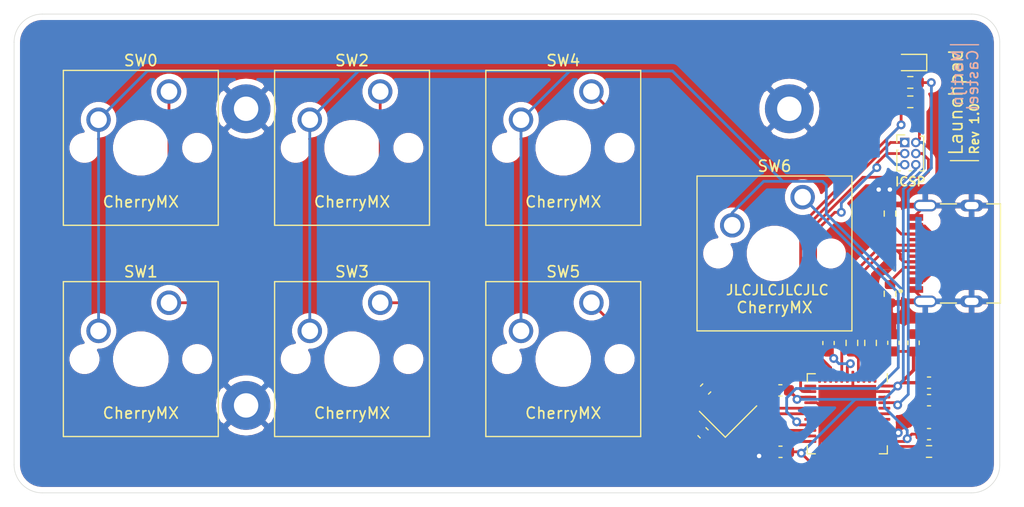
<source format=kicad_pcb>
(kicad_pcb (version 20171130) (host pcbnew 5.1.7-a382d34a8~88~ubuntu20.04.1)
  (layers (0 F.Cu signal) (31 B.Cu signal) (34 B.Paste user) (35 F.Paste user) (36 B.SilkS user) (37 F.SilkS user) (38 B.Mask user) (39 F.Mask user) (44 Edge.Cuts user))
  (net 0 "")
  (net 1 "Net-(C1-Pad1)")
  (net 2 "Net-(C2-Pad1)")
  (net 3 +5V)
  (net 4 HSE_IN)
  (net 5 HSE_OUT)
  (net 6 RESET)
  (net 7 "Net-(D2-Pad2)")
  (net 8 USB_D+)
  (net 9 "Net-(J1-PadB5)")
  (net 10 "Net-(J1-PadA8)")
  (net 11 USB_D-)
  (net 12 "Net-(J1-PadA5)")
  (net 13 "Net-(J1-PadB8)")
  (net 14 MISO)
  (net 15 SCLK)
  (net 16 MOSI)
  (net 17 "Net-(R2-Pad1)")
  (net 18 "Net-(R3-Pad1)")
  (net 19 "Net-(R4-Pad1)")
  (net 20 "Net-(R5-Pad1)")
  (net 21 BTN0)
  (net 22 BTN1)
  (net 23 BTN2)
  (net 24 BTN3)
  (net 25 BTN4)
  (net 26 BTN5)
  (net 27 BTN6)
  (net 28 "Net-(U1-Pad1)")
  (net 29 "Net-(U1-Pad8)")
  (net 30 "Net-(U1-Pad12)")
  (net 31 "Net-(U1-Pad28)")
  (net 32 "Net-(U1-Pad29)")
  (net 33 "Net-(U1-Pad30)")
  (net 34 "Net-(U1-Pad31)")
  (net 35 "Net-(U1-Pad32)")
  (net 36 "Net-(U1-Pad36)")
  (net 37 "Net-(U1-Pad37)")
  (net 38 "Net-(U1-Pad38)")
  (net 39 "Net-(U1-Pad39)")
  (net 40 "Net-(U1-Pad40)")
  (net 41 GND)
  (net 42 /VBUS)
  (net 43 "Net-(U1-Pad18)")
  (module MountingHole:MountingHole_2.2mm_M2_Pad (layer F.Cu) (at 174.05858 58.070161)
    (fp_text reference H3)
    (fp_text value MountingHole_Pad)
    (pad 1 thru_hole circle (at 0 0) (size 4.4 4.4) (drill 2.2) (layers *.Cu *.Mask) (net 41 GND))
  )
  (module MountingHole:MountingHole_2.2mm_M2_Pad (layer F.Cu) (at 125.06452 58.070161)
    (fp_text reference H2)
    (fp_text value MountingHole_Pad)
    (pad 1 thru_hole circle (at 0 0) (size 4.4 4.4) (drill 2.2) (layers *.Cu *.Mask) (net 41 GND))
  )
  (module MountingHole:MountingHole_2.2mm_M2_Pad (layer F.Cu) (at 125.06452 84.82584)
    (fp_text reference H1)
    (fp_text value MountingHole_Pad)
    (pad 1 thru_hole circle (at 0 0) (size 4.4 4.4) (drill 2.2) (layers *.Cu *.Mask) (net 41 GND))
  )
  (module Custom:SW_Cherry_MX_2.00u_Vertical_PCB_unsupported (layer F.Cu) (at 175.26 66.04)
    (fp_text reference SW6 (at -2.54 -2.794) (layer F.SilkS))
    (fp_text value CherryMX (at -2.54 9.954) (layer F.SilkS))
    (pad "" np_thru_hole circle (at 2.54 5.08) (size 1.7 1.7) (drill 1.7) (layers *.Cu *.Mask))
    (pad "" np_thru_hole circle (at -7.62 5.08) (size 1.7 1.7) (drill 1.7) (layers *.Cu *.Mask))
    (pad "" np_thru_hole circle (at -2.54 5.08) (size 4 4) (drill 4) (layers *.Cu *.Mask))
    (pad 2 thru_hole circle (at -6.35 2.54) (size 2.2 2.2) (drill 1.5) (layers *.Cu *.Mask) (net 3 +5V))
    (pad 1 thru_hole circle (at 0 0) (size 2.2 2.2) (drill 1.5) (layers *.Cu *.Mask) (net 27 BTN6))
  )
  (module Custom:HRO_TYPE-C-31-M-12 (layer F.Cu) (at 190.5 71.12 90)
    (fp_text reference J1 (at -1.825 -7.435 90) (layer F.SilkS) (effects (font (thickness 0.015))))
    (fp_text value TYPE-C-31-M-12)
    (pad A1B12 smd rect (at -3.25 -5.095 90) (size 0.6 1.45) (layers F.Cu F.Paste F.Mask) (net 41 GND))
    (pad A4B9 smd rect (at -2.45 -5.095 90) (size 0.6 1.45) (layers F.Cu F.Paste F.Mask) (net 42 /VBUS))
    (pad A6 smd rect (at -0.25 -5.095 90) (size 0.3 1.45) (layers F.Cu F.Paste F.Mask) (net 8 USB_D+))
    (pad B7 smd rect (at -0.75 -5.095 90) (size 0.3 1.45) (layers F.Cu F.Paste F.Mask) (net 11 USB_D-))
    (pad A5 smd rect (at -1.25 -5.095 90) (size 0.3 1.45) (layers F.Cu F.Paste F.Mask) (net 12 "Net-(J1-PadA5)"))
    (pad B8 smd rect (at -1.75 -5.095 90) (size 0.3 1.45) (layers F.Cu F.Paste F.Mask) (net 13 "Net-(J1-PadB8)"))
    (pad A7 smd rect (at 0.25 -5.095 90) (size 0.3 1.45) (layers F.Cu F.Paste F.Mask) (net 11 USB_D-))
    (pad B6 smd rect (at 0.75 -5.095 90) (size 0.3 1.45) (layers F.Cu F.Paste F.Mask) (net 8 USB_D+))
    (pad A8 smd rect (at 1.25 -5.095 90) (size 0.3 1.45) (layers F.Cu F.Paste F.Mask) (net 10 "Net-(J1-PadA8)"))
    (pad B5 smd rect (at 1.75 -5.095 90) (size 0.3 1.45) (layers F.Cu F.Paste F.Mask) (net 9 "Net-(J1-PadB5)"))
    (pad B4A9 smd rect (at 2.45 -5.095 90) (size 0.6 1.45) (layers F.Cu F.Paste F.Mask) (net 42 /VBUS))
    (pad B1A12 smd rect (at 3.25 -5.095 90) (size 0.6 1.45) (layers F.Cu F.Paste F.Mask) (net 41 GND))
    (pad S1 thru_hole oval (at -4.32 -4.18 90) (size 1.05 2.1) (drill oval 0.65 1.75) (layers *.Cu *.Mask) (net 41 GND))
    (pad S2 thru_hole oval (at 4.32 -4.18 90) (size 1.05 2.1) (drill oval 0.65 1.75) (layers *.Cu *.Mask) (net 41 GND))
    (pad S3 thru_hole oval (at -4.32 0 90) (size 1.05 2.1) (drill oval 0.65 1.25) (layers *.Cu *.Mask) (net 41 GND))
    (pad S4 thru_hole oval (at 4.32 0 90) (size 1.05 2.1) (drill oval 0.65 1.25) (layers *.Cu *.Mask) (net 41 GND))
    (pad None np_thru_hole circle (at -2.89 -3.65 90) (size 0.7 0.7) (drill 0.7) (layers *.Cu *.Mask))
    (pad None np_thru_hole circle (at 2.89 -3.65 90) (size 0.7 0.7) (drill 0.7) (layers *.Cu *.Mask))
  )
  (module LED_SMD:LED_0603_1608Metric (layer F.Cu) (at 184.96788 53.89878 180)
    (fp_text reference D2)
    (fp_text value RED)
    (pad 1 smd roundrect (at -0.7875 0 180) (size 0.875 0.95) (layers F.Cu F.Paste F.Mask) (net 41 GND))
    (pad 2 smd roundrect (at 0.7875 0 180) (size 0.875 0.95) (layers F.Cu F.Paste F.Mask) (net 7 "Net-(D2-Pad2)"))
  )
  (module Capacitor_SMD:C_0603_1608Metric (layer F.Cu) (at 186.65952 84.35264)
    (fp_text reference C1)
    (fp_text value 100nf)
    (pad 1 smd roundrect (at -0.775 0) (size 0.9 0.95) (layers F.Cu F.Paste F.Mask) (net 1 "Net-(C1-Pad1)"))
    (pad 2 smd roundrect (at 0.775 0) (size 0.9 0.95) (layers F.Cu F.Paste F.Mask) (net 41 GND))
  )
  (module Capacitor_SMD:C_0603_1608Metric (layer F.Cu) (at 177.59426 79.1969 90)
    (fp_text reference C2)
    (fp_text value 1uF)
    (pad 1 smd roundrect (at -0.775 0 90) (size 0.9 0.95) (layers F.Cu F.Paste F.Mask) (net 2 "Net-(C2-Pad1)"))
    (pad 2 smd roundrect (at 0.775 0 90) (size 0.9 0.95) (layers F.Cu F.Paste F.Mask) (net 41 GND))
  )
  (module Capacitor_SMD:C_0603_1608Metric (layer F.Cu) (at 173.25122 83.46948 180)
    (fp_text reference C3)
    (fp_text value 0.1uF)
    (pad 2 smd roundrect (at 0.775 0 180) (size 0.9 0.95) (layers F.Cu F.Paste F.Mask) (net 41 GND))
    (pad 1 smd roundrect (at -0.775 0 180) (size 0.9 0.95) (layers F.Cu F.Paste F.Mask) (net 3 +5V))
  )
  (module Capacitor_SMD:C_0603_1608Metric (layer F.Cu) (at 186.65952 87.41588)
    (fp_text reference C4)
    (fp_text value 0.1uF)
    (pad 2 smd roundrect (at 0.775 0) (size 0.9 0.95) (layers F.Cu F.Paste F.Mask) (net 41 GND))
    (pad 1 smd roundrect (at -0.775 0) (size 0.9 0.95) (layers F.Cu F.Paste F.Mask) (net 3 +5V))
  )
  (module Capacitor_SMD:C_0603_1608Metric (layer F.Cu) (at 173.26326 89.00922 180)
    (fp_text reference C5)
    (fp_text value 0.1uF)
    (pad 2 smd roundrect (at 0.775 0 180) (size 0.9 0.95) (layers F.Cu F.Paste F.Mask) (net 41 GND))
    (pad 1 smd roundrect (at -0.775 0 180) (size 0.9 0.95) (layers F.Cu F.Paste F.Mask) (net 3 +5V))
  )
  (module Capacitor_SMD:C_0603_1608Metric (layer F.Cu) (at 186.65952 82.7753)
    (fp_text reference C6)
    (fp_text value 0.1uF)
    (pad 1 smd roundrect (at -0.775 0) (size 0.9 0.95) (layers F.Cu F.Paste F.Mask) (net 3 +5V))
    (pad 2 smd roundrect (at 0.775 0) (size 0.9 0.95) (layers F.Cu F.Paste F.Mask) (net 41 GND))
  )
  (module Capacitor_SMD:C_0603_1608Metric (layer F.Cu) (at 183.44642 79.17912 90)
    (fp_text reference C7)
    (fp_text value 10uF)
    (pad 1 smd roundrect (at -0.775 0 90) (size 0.9 0.95) (layers F.Cu F.Paste F.Mask) (net 3 +5V))
    (pad 2 smd roundrect (at 0.775 0 90) (size 0.9 0.95) (layers F.Cu F.Paste F.Mask) (net 41 GND))
  )
  (module Capacitor_SMD:C_0603_1608Metric (layer F.Cu) (at 166.27856 87.29218 315)
    (fp_text reference C8)
    (fp_text value 22pF)
    (pad 1 smd roundrect (at -0.775 0 315) (size 0.9 0.95) (layers F.Cu F.Paste F.Mask) (net 41 GND))
    (pad 2 smd roundrect (at 0.775 0 315) (size 0.9 0.95) (layers F.Cu F.Paste F.Mask) (net 4 HSE_IN))
  )
  (module Capacitor_SMD:C_0603_1608Metric (layer F.Cu) (at 166.510332 83.344388 45)
    (fp_text reference C9)
    (fp_text value 22pF)
    (pad 2 smd roundrect (at 0.775 0 45) (size 0.9 0.95) (layers F.Cu F.Paste F.Mask) (net 5 HSE_OUT))
    (pad 1 smd roundrect (at -0.775 0 45) (size 0.9 0.95) (layers F.Cu F.Paste F.Mask) (net 41 GND))
  )
  (module Fuse:Fuse_0603_1608Metric (layer F.Cu) (at 185.26252 79.17912 90)
    (fp_text reference F1)
    (fp_text value 500mA)
    (pad 1 smd roundrect (at -0.7875 0 90) (size 0.875 0.95) (layers F.Cu F.Paste F.Mask) (net 3 +5V))
    (pad 2 smd roundrect (at 0.7875 0 90) (size 0.875 0.95) (layers F.Cu F.Paste F.Mask) (net 42 /VBUS))
  )
  (module Connector_PinHeader_1.00mm:PinHeader_2x03_P1.00mm_Vertical (layer F.Cu) (at 184.46788 61.10948)
    (fp_text reference J2)
    (fp_text value ICSP)
    (pad 6 thru_hole oval (at 1 2) (size 0.85 0.85) (drill 0.5) (layers *.Cu *.Mask) (net 41 GND))
    (pad 5 thru_hole oval (at 0 2) (size 0.85 0.85) (drill 0.5) (layers *.Cu *.Mask) (net 6 RESET))
    (pad 4 thru_hole oval (at 1 1) (size 0.85 0.85) (drill 0.5) (layers *.Cu *.Mask) (net 16 MOSI))
    (pad 3 thru_hole oval (at 0 1) (size 0.85 0.85) (drill 0.5) (layers *.Cu *.Mask) (net 15 SCLK))
    (pad 2 thru_hole oval (at 1 0) (size 0.85 0.85) (drill 0.5) (layers *.Cu *.Mask) (net 3 +5V))
    (pad 1 thru_hole rect (at 0 0) (size 0.85 0.85) (drill 0.5) (layers *.Cu *.Mask) (net 14 MISO))
  )
  (module Resistor_SMD:R_0603_1608Metric (layer F.Cu) (at 184.96788 57.44464 180)
    (fp_text reference R1)
    (fp_text value 10K)
    (pad 1 smd roundrect (at -0.825 0 180) (size 0.8 0.95) (layers F.Cu F.Paste F.Mask) (net 3 +5V))
    (pad 2 smd roundrect (at 0.825 0 180) (size 0.8 0.95) (layers F.Cu F.Paste F.Mask) (net 6 RESET))
  )
  (module Resistor_SMD:R_0603_1608Metric (layer F.Cu) (at 179.70214 79.18704 90)
    (fp_text reference R2)
    (fp_text value 22)
    (pad 1 smd roundrect (at -0.825 0 90) (size 0.8 0.95) (layers F.Cu F.Paste F.Mask) (net 17 "Net-(R2-Pad1)"))
    (pad 2 smd roundrect (at 0.825 0 90) (size 0.8 0.95) (layers F.Cu F.Paste F.Mask) (net 8 USB_D+))
  )
  (module Resistor_SMD:R_0603_1608Metric (layer F.Cu) (at 181.385313 79.18704 90)
    (fp_text reference R3)
    (fp_text value 22)
    (pad 2 smd roundrect (at 0.825 0 90) (size 0.8 0.95) (layers F.Cu F.Paste F.Mask) (net 11 USB_D-))
    (pad 1 smd roundrect (at -0.825 0 90) (size 0.8 0.95) (layers F.Cu F.Paste F.Mask) (net 18 "Net-(R3-Pad1)"))
  )
  (module Resistor_SMD:R_0603_1608Metric (layer F.Cu) (at 186.65952 88.98306)
    (fp_text reference R4)
    (fp_text value 10K)
    (pad 1 smd roundrect (at -0.825 0) (size 0.8 0.95) (layers F.Cu F.Paste F.Mask) (net 19 "Net-(R4-Pad1)"))
    (pad 2 smd roundrect (at 0.825 0) (size 0.8 0.95) (layers F.Cu F.Paste F.Mask) (net 41 GND))
  )
  (module Resistor_SMD:R_0603_1608Metric (layer F.Cu) (at 184.96788 55.69171 180)
    (fp_text reference R5)
    (fp_text value 1K)
    (pad 1 smd roundrect (at -0.825 0 180) (size 0.8 0.95) (layers F.Cu F.Paste F.Mask) (net 20 "Net-(R5-Pad1)"))
    (pad 2 smd roundrect (at 0.825 0 180) (size 0.8 0.95) (layers F.Cu F.Paste F.Mask) (net 7 "Net-(D2-Pad2)"))
  )
  (module Resistor_SMD:R_0603_1608Metric (layer F.Cu) (at 183.14162 74.75728 270)
    (fp_text reference R6)
    (fp_text value 5.1K)
    (pad 2 smd roundrect (at 0.825 0 270) (size 0.8 0.95) (layers F.Cu F.Paste F.Mask) (net 41 GND))
    (pad 1 smd roundrect (at -0.825 0 270) (size 0.8 0.95) (layers F.Cu F.Paste F.Mask) (net 12 "Net-(J1-PadA5)"))
  )
  (module Resistor_SMD:R_0603_1608Metric (layer F.Cu) (at 183.14162 67.52336 270)
    (fp_text reference R7)
    (fp_text value 5.1K)
    (pad 1 smd roundrect (at -0.825 0 270) (size 0.8 0.95) (layers F.Cu F.Paste F.Mask) (net 41 GND))
    (pad 2 smd roundrect (at 0.825 0 270) (size 0.8 0.95) (layers F.Cu F.Paste F.Mask) (net 9 "Net-(J1-PadB5)"))
  )
  (module Button_Switch_Keyboard:SW_Cherry_MX_1.00u_PCB (layer F.Cu) (at 118.11 56.515)
    (fp_text reference SW0 (at -2.54 -2.794) (layer F.SilkS))
    (fp_text value CherryMX (at -2.54 9.954) (layer F.SilkS))
    (pad 1 thru_hole circle (at 0 0) (size 2.2 2.2) (drill 1.5) (layers *.Cu *.Mask) (net 21 BTN0))
    (pad 2 thru_hole circle (at -6.35 2.54) (size 2.2 2.2) (drill 1.5) (layers *.Cu *.Mask) (net 3 +5V))
    (pad "" np_thru_hole circle (at -2.54 5.08) (size 4 4) (drill 4) (layers *.Cu *.Mask))
    (pad "" np_thru_hole circle (at -7.62 5.08) (size 1.7 1.7) (drill 1.7) (layers *.Cu *.Mask))
    (pad "" np_thru_hole circle (at 2.54 5.08) (size 1.7 1.7) (drill 1.7) (layers *.Cu *.Mask))
  )
  (module Button_Switch_Keyboard:SW_Cherry_MX_1.00u_PCB (layer F.Cu) (at 118.11 75.565)
    (fp_text reference SW1 (at -2.54 -2.794) (layer F.SilkS))
    (fp_text value CherryMX (at -2.54 9.954) (layer F.SilkS))
    (pad "" np_thru_hole circle (at 2.54 5.08) (size 1.7 1.7) (drill 1.7) (layers *.Cu *.Mask))
    (pad "" np_thru_hole circle (at -7.62 5.08) (size 1.7 1.7) (drill 1.7) (layers *.Cu *.Mask))
    (pad "" np_thru_hole circle (at -2.54 5.08) (size 4 4) (drill 4) (layers *.Cu *.Mask))
    (pad 2 thru_hole circle (at -6.35 2.54) (size 2.2 2.2) (drill 1.5) (layers *.Cu *.Mask) (net 3 +5V))
    (pad 1 thru_hole circle (at 0 0) (size 2.2 2.2) (drill 1.5) (layers *.Cu *.Mask) (net 22 BTN1))
  )
  (module Button_Switch_Keyboard:SW_Cherry_MX_1.00u_PCB (layer F.Cu) (at 137.16 56.515)
    (fp_text reference SW2 (at -2.54 -2.794) (layer F.SilkS))
    (fp_text value CherryMX (at -2.54 9.954) (layer F.SilkS))
    (pad "" np_thru_hole circle (at 2.54 5.08) (size 1.7 1.7) (drill 1.7) (layers *.Cu *.Mask))
    (pad "" np_thru_hole circle (at -7.62 5.08) (size 1.7 1.7) (drill 1.7) (layers *.Cu *.Mask))
    (pad "" np_thru_hole circle (at -2.54 5.08) (size 4 4) (drill 4) (layers *.Cu *.Mask))
    (pad 2 thru_hole circle (at -6.35 2.54) (size 2.2 2.2) (drill 1.5) (layers *.Cu *.Mask) (net 3 +5V))
    (pad 1 thru_hole circle (at 0 0) (size 2.2 2.2) (drill 1.5) (layers *.Cu *.Mask) (net 23 BTN2))
  )
  (module Button_Switch_Keyboard:SW_Cherry_MX_1.00u_PCB (layer F.Cu) (at 137.16 75.565)
    (fp_text reference SW3 (at -2.54 -2.794) (layer F.SilkS))
    (fp_text value CherryMX (at -2.54 9.954) (layer F.SilkS))
    (pad 1 thru_hole circle (at 0 0) (size 2.2 2.2) (drill 1.5) (layers *.Cu *.Mask) (net 24 BTN3))
    (pad 2 thru_hole circle (at -6.35 2.54) (size 2.2 2.2) (drill 1.5) (layers *.Cu *.Mask) (net 3 +5V))
    (pad "" np_thru_hole circle (at -2.54 5.08) (size 4 4) (drill 4) (layers *.Cu *.Mask))
    (pad "" np_thru_hole circle (at -7.62 5.08) (size 1.7 1.7) (drill 1.7) (layers *.Cu *.Mask))
    (pad "" np_thru_hole circle (at 2.54 5.08) (size 1.7 1.7) (drill 1.7) (layers *.Cu *.Mask))
  )
  (module Button_Switch_Keyboard:SW_Cherry_MX_1.00u_PCB (layer F.Cu) (at 156.21 56.515)
    (fp_text reference SW4 (at -2.54 -2.794) (layer F.SilkS))
    (fp_text value CherryMX (at -2.54 9.954) (layer F.SilkS))
    (pad 1 thru_hole circle (at 0 0) (size 2.2 2.2) (drill 1.5) (layers *.Cu *.Mask) (net 25 BTN4))
    (pad 2 thru_hole circle (at -6.35 2.54) (size 2.2 2.2) (drill 1.5) (layers *.Cu *.Mask) (net 3 +5V))
    (pad "" np_thru_hole circle (at -2.54 5.08) (size 4 4) (drill 4) (layers *.Cu *.Mask))
    (pad "" np_thru_hole circle (at -7.62 5.08) (size 1.7 1.7) (drill 1.7) (layers *.Cu *.Mask))
    (pad "" np_thru_hole circle (at 2.54 5.08) (size 1.7 1.7) (drill 1.7) (layers *.Cu *.Mask))
  )
  (module Button_Switch_Keyboard:SW_Cherry_MX_1.00u_PCB (layer F.Cu) (at 156.21 75.565)
    (fp_text reference SW5 (at -2.54 -2.794) (layer F.SilkS))
    (fp_text value CherryMX (at -2.54 9.954) (layer F.SilkS))
    (pad "" np_thru_hole circle (at 2.54 5.08) (size 1.7 1.7) (drill 1.7) (layers *.Cu *.Mask))
    (pad "" np_thru_hole circle (at -7.62 5.08) (size 1.7 1.7) (drill 1.7) (layers *.Cu *.Mask))
    (pad "" np_thru_hole circle (at -2.54 5.08) (size 4 4) (drill 4) (layers *.Cu *.Mask))
    (pad 2 thru_hole circle (at -6.35 2.54) (size 2.2 2.2) (drill 1.5) (layers *.Cu *.Mask) (net 3 +5V))
    (pad 1 thru_hole circle (at 0 0) (size 2.2 2.2) (drill 1.5) (layers *.Cu *.Mask) (net 26 BTN5))
  )
  (module Package_DFN_QFN:QFN-44-1EP_7x7mm_P0.5mm_EP5.2x5.2mm (layer F.Cu) (at 179.28844 85.57768 270)
    (fp_text reference U1)
    (fp_text value ATmega32U4-MUR)
    (pad 1 smd roundrect (at -3.3375 -2.5 270) (size 1.075 0.25) (layers F.Cu F.Paste F.Mask) (net 28 "Net-(U1-Pad1)"))
    (pad 2 smd roundrect (at -3.3375 -2 270) (size 1.075 0.25) (layers F.Cu F.Paste F.Mask) (net 3 +5V))
    (pad 3 smd roundrect (at -3.3375 -1.5 270) (size 1.075 0.25) (layers F.Cu F.Paste F.Mask) (net 18 "Net-(R3-Pad1)"))
    (pad 4 smd roundrect (at -3.3375 -1 270) (size 1.075 0.25) (layers F.Cu F.Paste F.Mask) (net 17 "Net-(R2-Pad1)"))
    (pad 5 smd roundrect (at -3.3375 -0.5 270) (size 1.075 0.25) (layers F.Cu F.Paste F.Mask) (net 41 GND))
    (pad 6 smd roundrect (at -3.3375 0 270) (size 1.075 0.25) (layers F.Cu F.Paste F.Mask) (net 2 "Net-(C2-Pad1)"))
    (pad 7 smd roundrect (at -3.3375 0.5 270) (size 1.075 0.25) (layers F.Cu F.Paste F.Mask) (net 3 +5V))
    (pad 8 smd roundrect (at -3.3375 1 270) (size 1.075 0.25) (layers F.Cu F.Paste F.Mask) (net 29 "Net-(U1-Pad8)"))
    (pad 9 smd roundrect (at -3.3375 1.5 270) (size 1.075 0.25) (layers F.Cu F.Paste F.Mask) (net 15 SCLK))
    (pad 10 smd roundrect (at -3.3375 2 270) (size 1.075 0.25) (layers F.Cu F.Paste F.Mask) (net 16 MOSI))
    (pad 11 smd roundrect (at -3.3375 2.5 270) (size 1.075 0.25) (layers F.Cu F.Paste F.Mask) (net 14 MISO))
    (pad 12 smd roundrect (at -2.5 3.3375 270) (size 0.25 1.075) (layers F.Cu F.Paste F.Mask) (net 30 "Net-(U1-Pad12)"))
    (pad 13 smd roundrect (at -2 3.3375 270) (size 0.25 1.075) (layers F.Cu F.Paste F.Mask) (net 6 RESET))
    (pad 14 smd roundrect (at -1.5 3.3375 270) (size 0.25 1.075) (layers F.Cu F.Paste F.Mask) (net 3 +5V))
    (pad 15 smd roundrect (at -1 3.3375 270) (size 0.25 1.075) (layers F.Cu F.Paste F.Mask) (net 41 GND))
    (pad 16 smd roundrect (at -0.5 3.3375 270) (size 0.25 1.075) (layers F.Cu F.Paste F.Mask) (net 5 HSE_OUT))
    (pad 17 smd roundrect (at 0 3.3375 270) (size 0.25 1.075) (layers F.Cu F.Paste F.Mask) (net 4 HSE_IN))
    (pad 18 smd roundrect (at 0.5 3.3375 270) (size 0.25 1.075) (layers F.Cu F.Paste F.Mask) (net 43 "Net-(U1-Pad18)"))
    (pad 19 smd roundrect (at 1 3.3375 270) (size 0.25 1.075) (layers F.Cu F.Paste F.Mask) (net 27 BTN6))
    (pad 20 smd roundrect (at 1.5 3.3375 270) (size 0.25 1.075) (layers F.Cu F.Paste F.Mask) (net 25 BTN4))
    (pad 21 smd roundrect (at 2 3.3375 270) (size 0.25 1.075) (layers F.Cu F.Paste F.Mask) (net 26 BTN5))
    (pad 22 smd roundrect (at 2.5 3.3375 270) (size 0.25 1.075) (layers F.Cu F.Paste F.Mask) (net 23 BTN2))
    (pad 23 smd roundrect (at 3.3375 2.5 270) (size 1.075 0.25) (layers F.Cu F.Paste F.Mask) (net 41 GND))
    (pad 24 smd roundrect (at 3.3375 2 270) (size 1.075 0.25) (layers F.Cu F.Paste F.Mask) (net 3 +5V))
    (pad 25 smd roundrect (at 3.3375 1.5 270) (size 1.075 0.25) (layers F.Cu F.Paste F.Mask) (net 24 BTN3))
    (pad 26 smd roundrect (at 3.3375 1 270) (size 1.075 0.25) (layers F.Cu F.Paste F.Mask) (net 21 BTN0))
    (pad 27 smd roundrect (at 3.3375 0.5 270) (size 1.075 0.25) (layers F.Cu F.Paste F.Mask) (net 22 BTN1))
    (pad 28 smd roundrect (at 3.3375 0 270) (size 1.075 0.25) (layers F.Cu F.Paste F.Mask) (net 31 "Net-(U1-Pad28)"))
    (pad 29 smd roundrect (at 3.3375 -0.5 270) (size 1.075 0.25) (layers F.Cu F.Paste F.Mask) (net 32 "Net-(U1-Pad29)"))
    (pad 30 smd roundrect (at 3.3375 -1 270) (size 1.075 0.25) (layers F.Cu F.Paste F.Mask) (net 33 "Net-(U1-Pad30)"))
    (pad 31 smd roundrect (at 3.3375 -1.5 270) (size 1.075 0.25) (layers F.Cu F.Paste F.Mask) (net 34 "Net-(U1-Pad31)"))
    (pad 32 smd roundrect (at 3.3375 -2 270) (size 1.075 0.25) (layers F.Cu F.Paste F.Mask) (net 35 "Net-(U1-Pad32)"))
    (pad 33 smd roundrect (at 3.3375 -2.5 270) (size 1.075 0.25) (layers F.Cu F.Paste F.Mask) (net 19 "Net-(R4-Pad1)"))
    (pad 34 smd roundrect (at 2.5 -3.3375 270) (size 0.25 1.075) (layers F.Cu F.Paste F.Mask) (net 3 +5V))
    (pad 35 smd roundrect (at 2 -3.3375 270) (size 0.25 1.075) (layers F.Cu F.Paste F.Mask) (net 41 GND))
    (pad 36 smd roundrect (at 1.5 -3.3375 270) (size 0.25 1.075) (layers F.Cu F.Paste F.Mask) (net 36 "Net-(U1-Pad36)"))
    (pad 37 smd roundrect (at 1 -3.3375 270) (size 0.25 1.075) (layers F.Cu F.Paste F.Mask) (net 37 "Net-(U1-Pad37)"))
    (pad 38 smd roundrect (at 0.5 -3.3375 270) (size 0.25 1.075) (layers F.Cu F.Paste F.Mask) (net 38 "Net-(U1-Pad38)"))
    (pad 39 smd roundrect (at 0 -3.3375 270) (size 0.25 1.075) (layers F.Cu F.Paste F.Mask) (net 39 "Net-(U1-Pad39)"))
    (pad 40 smd roundrect (at -0.5 -3.3375 270) (size 0.25 1.075) (layers F.Cu F.Paste F.Mask) (net 40 "Net-(U1-Pad40)"))
    (pad 41 smd roundrect (at -1 -3.3375 270) (size 0.25 1.075) (layers F.Cu F.Paste F.Mask) (net 20 "Net-(R5-Pad1)"))
    (pad 42 smd roundrect (at -1.5 -3.3375 270) (size 0.25 1.075) (layers F.Cu F.Paste F.Mask) (net 1 "Net-(C1-Pad1)"))
    (pad 43 smd roundrect (at -2 -3.3375 270) (size 0.25 1.075) (layers F.Cu F.Paste F.Mask) (net 41 GND))
    (pad 44 smd roundrect (at -2.5 -3.3375 270) (size 0.25 1.075) (layers F.Cu F.Paste F.Mask) (net 3 +5V))
    (pad 45 smd rect (at 0 0 270) (size 5.2 5.2) (layers F.Cu F.Mask) (net 41 GND))
  )
  (module Crystal:Crystal_SMD_3225-4Pin_3.2x2.5mm (layer F.Cu) (at 168.53408 85.11286 45)
    (fp_text reference Y1)
    (fp_text value Crystal_GND24_Small)
    (pad 1 smd rect (at -1.1 0.85 45) (size 1.4 1.2) (layers F.Cu F.Paste F.Mask) (net 4 HSE_IN))
    (pad 2 smd rect (at 1.1 0.85 45) (size 1.4 1.2) (layers F.Cu F.Paste F.Mask) (net 41 GND))
    (pad 3 smd rect (at 1.1 -0.85 45) (size 1.4 1.2) (layers F.Cu F.Paste F.Mask) (net 5 HSE_OUT))
    (pad 4 smd rect (at -1.1 -0.85 45) (size 1.4 1.2) (layers F.Cu F.Paste F.Mask) (net 41 GND))
  )
  (gr_text JLCJLCJLCJLC (at 172.98162 74.42454) (layer F.SilkS) (effects (font (size 0.9 0.9))))
  (gr_text Casteel (at 190.59578 55.494893 90) (layer B.SilkS) (effects (font (size 1 1)) (justify mirror)))
  (gr_line (start 191.12484 52.29352) (end 188.58484 52.29352) (layer B.SilkS) (width 0.12))
  (gr_line (start 191.12484 62.74816) (end 188.58484 62.74816) (layer F.SilkS) (width 0.12))
  (gr_text "Rev 1.0" (at 190.75178 59.87155 90) (layer F.SilkS) (effects (font (size 0.8 0.8))))
  (gr_text Launchpad (at 189.08362 57.476312 90) (layer F.SilkS) (effects (font (size 1.2 1.2))))
  (gr_text "Martijn " (at 189.23962 55.66156 90) (layer B.SilkS) (effects (font (size 1 1)) (justify mirror)))
  (gr_text ICSP (at 184.96788 64.65062) (layer F.SilkS) (effects (font (size 0.8 0.8))))
  (gr_arc (start 106.68 90.17) (end 104.14 90.17) (angle -90) (layer Edge.Cuts) (width 0.05))
  (gr_arc (start 106.68 52.07) (end 106.68 49.53) (angle -90) (layer Edge.Cuts) (width 0.05))
  (gr_arc (start 190.5 52.07) (end 193.04 52.07) (angle -90) (layer Edge.Cuts) (width 0.05))
  (gr_arc (start 190.5 90.17) (end 190.5 92.71) (angle -90) (layer Edge.Cuts) (width 0.05))
  (gr_line (start 193.04 52.07) (end 193.04 90.17) (layer Edge.Cuts) (width 0.05))
  (gr_line (start 104.14 52.07) (end 104.14 90.17) (layer Edge.Cuts) (width 0.05))
  (gr_line (start 106.68 92.71) (end 190.5 92.71) (layer Edge.Cuts) (width 0.05))
  (gr_line (start 106.68 49.53) (end 190.5 49.53) (layer Edge.Cuts) (width 0.05))
  (segment (start 185.5834 84.05152) (end 185.88452 84.35264) (width 0.25) (layer F.Cu) (net 1))
  (segment (start 182.64372 84.0599) (end 182.62594 84.07768) (width 0.25) (layer F.Cu) (net 1))
  (segment (start 185.88452 84.35264) (end 185.59178 84.0599) (width 0.25) (layer F.Cu) (net 1))
  (via (at 179.56344 81.06156) (size 0.8) (drill 0.4) (layers F.Cu B.Cu) (net 2))
  (segment (start 179.28844 81.33656) (end 179.56344 81.06156) (width 0.25) (layer F.Cu) (net 2))
  (segment (start 179.28844 82.24018) (end 179.28844 81.33656) (width 0.25) (layer F.Cu) (net 2))
  (segment (start 177.863632 80.241272) (end 177.59426 79.9719) (width 0.25) (layer F.Cu) (net 2))
  (via (at 178.06344 80.58658) (size 0.8) (drill 0.4) (layers F.Cu B.Cu) (net 2))
  (segment (start 178.53842 81.06156) (end 178.06344 80.58658) (width 0.25) (layer B.Cu) (net 2))
  (segment (start 179.56344 81.06156) (end 178.53842 81.06156) (width 0.25) (layer B.Cu) (net 2))
  (segment (start 177.59426 80.1174) (end 178.06344 80.58658) (width 0.25) (layer F.Cu) (net 2))
  (segment (start 177.59426 79.9719) (end 177.59426 80.1174) (width 0.25) (layer F.Cu) (net 2))
  (segment (start 185.6083 83.05152) (end 185.88452 82.7753) (width 0.25) (layer F.Cu) (net 3))
  (segment (start 177.28844 88.91518) (end 177.28844 89.500702) (width 0.25) (layer F.Cu) (net 3))
  (segment (start 174.03826 89.30386) (end 174.03826 89.00922) (width 0.25) (layer F.Cu) (net 3))
  (segment (start 174.63442 84.07768) (end 174.02622 83.46948) (width 0.25) (layer F.Cu) (net 3))
  (segment (start 175.95094 84.07768) (end 174.63442 84.07768) (width 0.25) (layer F.Cu) (net 3))
  (via (at 174.75454 84.2772) (size 0.8) (drill 0.4) (layers F.Cu B.Cu) (net 3))
  (segment (start 174.84598 84.36864) (end 174.75454 84.2772) (width 0.25) (layer B.Cu) (net 3))
  (segment (start 174.75454 84.1978) (end 174.02622 83.46948) (width 0.25) (layer F.Cu) (net 3))
  (segment (start 174.75454 84.2772) (end 174.75454 84.1978) (width 0.25) (layer F.Cu) (net 3))
  (via (at 175.14316 89.13114) (size 0.8) (drill 0.4) (layers F.Cu B.Cu) (net 3))
  (segment (start 175.02124 89.00922) (end 175.14316 89.13114) (width 0.25) (layer F.Cu) (net 3))
  (segment (start 174.03826 89.00922) (end 175.02124 89.00922) (width 0.25) (layer F.Cu) (net 3))
  (segment (start 177.28844 89.500702) (end 176.946802 89.84234) (width 0.25) (layer F.Cu) (net 3))
  (segment (start 175.85436 89.84234) (end 175.14316 89.13114) (width 0.25) (layer F.Cu) (net 3))
  (segment (start 176.946802 89.84234) (end 175.85436 89.84234) (width 0.25) (layer F.Cu) (net 3))
  (via (at 183.8344 83.07768) (size 0.8) (drill 0.4) (layers F.Cu B.Cu) (net 3))
  (segment (start 182.62594 83.07768) (end 183.8344 83.07768) (width 0.25) (layer F.Cu) (net 3))
  (segment (start 182.63488 84.2772) (end 183.8344 83.07768) (width 0.25) (layer B.Cu) (net 3))
  (segment (start 179.9971 84.2772) (end 180.01742 84.2772) (width 0.25) (layer B.Cu) (net 3))
  (segment (start 175.14316 89.13114) (end 179.9971 84.2772) (width 0.25) (layer B.Cu) (net 3))
  (segment (start 180.01742 84.2772) (end 182.63488 84.2772) (width 0.25) (layer B.Cu) (net 3))
  (segment (start 174.75454 84.2772) (end 180.01742 84.2772) (width 0.25) (layer B.Cu) (net 3))
  (segment (start 185.79288 60.78448) (end 185.46788 61.10948) (width 0.25) (layer F.Cu) (net 3))
  (segment (start 185.79288 57.44464) (end 185.79288 60.78448) (width 0.25) (layer F.Cu) (net 3))
  (segment (start 183.85218 83.0599) (end 183.8344 83.07768) (width 0.25) (layer F.Cu) (net 3))
  (segment (start 185.88452 82.7753) (end 185.59992 83.0599) (width 0.25) (layer F.Cu) (net 3))
  (segment (start 181.28844 81.6371) (end 181.28844 82.24018) (width 0.25) (layer F.Cu) (net 3))
  (segment (start 184.33753 82.57455) (end 183.8344 83.07768) (width 0.25) (layer B.Cu) (net 3))
  (segment (start 186.217881 63.429689) (end 184.33753 65.31004) (width 0.25) (layer B.Cu) (net 3))
  (segment (start 186.217881 61.258441) (end 186.217881 63.429689) (width 0.25) (layer B.Cu) (net 3))
  (segment (start 186.06892 61.10948) (end 186.217881 61.258441) (width 0.25) (layer B.Cu) (net 3))
  (segment (start 185.46788 61.10948) (end 186.06892 61.10948) (width 0.25) (layer B.Cu) (net 3))
  (segment (start 149.86 59.055) (end 149.86 78.105) (width 0.25) (layer B.Cu) (net 3))
  (segment (start 130.81 59.055) (end 130.81 78.105) (width 0.25) (layer B.Cu) (net 3))
  (segment (start 111.76 59.055) (end 111.76 78.105) (width 0.25) (layer B.Cu) (net 3))
  (segment (start 111.76 59.055) (end 116.14912 54.66588) (width 0.25) (layer B.Cu) (net 3))
  (segment (start 135.19912 54.66588) (end 136.4107 54.66588) (width 0.25) (layer B.Cu) (net 3))
  (segment (start 130.81 59.055) (end 135.19912 54.66588) (width 0.25) (layer B.Cu) (net 3))
  (segment (start 116.14912 54.66588) (end 136.4107 54.66588) (width 0.25) (layer B.Cu) (net 3))
  (segment (start 149.86 59.055) (end 154.24912 54.66588) (width 0.25) (layer B.Cu) (net 3))
  (segment (start 154.24912 54.66588) (end 154.3304 54.66588) (width 0.25) (layer B.Cu) (net 3))
  (segment (start 136.4107 54.66588) (end 154.3304 54.66588) (width 0.25) (layer B.Cu) (net 3))
  (segment (start 163.52266 54.66588) (end 168.91 60.05322) (width 0.25) (layer B.Cu) (net 3))
  (segment (start 154.3304 54.66588) (end 163.52266 54.66588) (width 0.25) (layer B.Cu) (net 3))
  (segment (start 184.33753 74.86439) (end 184.337529 74.481119) (width 0.25) (layer B.Cu) (net 3))
  (segment (start 184.33753 65.31004) (end 184.33753 74.86439) (width 0.25) (layer B.Cu) (net 3))
  (segment (start 184.33753 74.86439) (end 184.33753 82.57455) (width 0.25) (layer B.Cu) (net 3))
  (segment (start 184.337529 74.481119) (end 177.3936 67.53719) (width 0.25) (layer B.Cu) (net 3))
  (segment (start 177.3936 67.53719) (end 177.3936 64.9605) (width 0.25) (layer B.Cu) (net 3))
  (segment (start 173.471779 64.614999) (end 168.91 60.05322) (width 0.25) (layer B.Cu) (net 3))
  (segment (start 177.048099 64.614999) (end 173.471779 64.614999) (width 0.25) (layer B.Cu) (net 3))
  (segment (start 177.3936 64.9605) (end 177.048099 64.614999) (width 0.25) (layer B.Cu) (net 3))
  (segment (start 175.95094 85.57768) (end 171.76496 85.57768) (width 0.25) (layer F.Cu) (net 4))
  (segment (start 170.850922 86.491718) (end 168.357303 86.491718) (width 0.25) (layer F.Cu) (net 4))
  (segment (start 171.76496 85.57768) (end 170.850922 86.491718) (width 0.25) (layer F.Cu) (net 4))
  (segment (start 168.175038 86.491718) (end 166.826568 87.840188) (width 0.25) (layer F.Cu) (net 4))
  (segment (start 168.357303 86.491718) (end 168.175038 86.491718) (width 0.25) (layer F.Cu) (net 4))
  (segment (start 175.95094 85.07768) (end 171.79836 85.07768) (width 0.25) (layer F.Cu) (net 5))
  (segment (start 169.205832 83.239027) (end 168.710857 83.734002) (width 0.25) (layer F.Cu) (net 5))
  (segment (start 169.959707 83.239027) (end 169.205832 83.239027) (width 0.25) (layer F.Cu) (net 5))
  (segment (start 171.79836 85.07768) (end 169.959707 83.239027) (width 0.25) (layer F.Cu) (net 5))
  (segment (start 167.773235 82.79638) (end 168.710857 83.734002) (width 0.25) (layer F.Cu) (net 5))
  (segment (start 167.05834 82.79638) (end 167.773235 82.79638) (width 0.25) (layer F.Cu) (net 5))
  (segment (start 175.95094 83.57768) (end 175.365418 83.57768) (width 0.25) (layer F.Cu) (net 6))
  (segment (start 184.14288 59.52045) (end 184.14288 57.44464) (width 0.25) (layer F.Cu) (net 6))
  (segment (start 175.078373 68.584957) (end 184.14288 59.52045) (width 0.25) (layer F.Cu) (net 6))
  (segment (start 175.233499 83.552199) (end 175.078372 83.397072) (width 0.25) (layer F.Cu) (net 6))
  (segment (start 175.925459 83.552199) (end 175.233499 83.552199) (width 0.25) (layer F.Cu) (net 6))
  (segment (start 175.078372 83.397072) (end 175.078373 68.584957) (width 0.25) (layer F.Cu) (net 6))
  (segment (start 175.95094 83.57768) (end 175.925459 83.552199) (width 0.25) (layer F.Cu) (net 6))
  (via (at 184.14288 59.52045) (size 0.8) (drill 0.4) (layers F.Cu B.Cu) (net 6))
  (segment (start 184.46788 63.10948) (end 183.6401 63.10948) (width 0.25) (layer B.Cu) (net 6))
  (segment (start 183.6401 63.10948) (end 182.8546 62.32398) (width 0.25) (layer B.Cu) (net 6))
  (segment (start 182.8546 60.80873) (end 184.14288 59.52045) (width 0.25) (layer B.Cu) (net 6))
  (segment (start 182.8546 62.32398) (end 182.8546 60.80873) (width 0.25) (layer B.Cu) (net 6))
  (segment (start 184.14288 53.93628) (end 184.18038 53.89878) (width 0.25) (layer F.Cu) (net 7))
  (segment (start 184.14288 55.69171) (end 184.14288 53.93628) (width 0.25) (layer F.Cu) (net 7))
  (segment (start 186.38 70.37) (end 186.58078 70.57078) (width 0.25) (layer F.Cu) (net 8))
  (segment (start 185.405 70.37) (end 186.38 70.37) (width 0.25) (layer F.Cu) (net 8))
  (segment (start 186.365002 71.37) (end 185.405 71.37) (width 0.25) (layer F.Cu) (net 8))
  (segment (start 186.58078 71.154222) (end 186.365002 71.37) (width 0.25) (layer F.Cu) (net 8))
  (segment (start 186.58078 70.57078) (end 186.58078 71.154222) (width 0.25) (layer F.Cu) (net 8))
  (segment (start 180.293726 72.45864) (end 182.382366 70.37) (width 0.25) (layer F.Cu) (net 8))
  (segment (start 180.293726 77.770454) (end 180.293726 72.45864) (width 0.25) (layer F.Cu) (net 8))
  (segment (start 179.70214 78.36204) (end 180.293726 77.770454) (width 0.25) (layer F.Cu) (net 8))
  (segment (start 182.382366 70.37) (end 185.405 70.37) (width 0.25) (layer F.Cu) (net 8))
  (segment (start 184.16326 69.37) (end 183.14162 68.34836) (width 0.25) (layer F.Cu) (net 9))
  (segment (start 185.405 69.37) (end 184.16326 69.37) (width 0.25) (layer F.Cu) (net 9))
  (segment (start 185.405 71.87) (end 184.35644 71.87) (width 0.25) (layer F.Cu) (net 11))
  (segment (start 184.35644 71.87) (end 184.0738 71.58736) (width 0.25) (layer F.Cu) (net 11))
  (segment (start 184.0738 71.1708) (end 183.773 70.87) (width 0.25) (layer F.Cu) (net 11))
  (segment (start 184.0738 71.58736) (end 184.0738 71.1708) (width 0.25) (layer F.Cu) (net 11))
  (segment (start 183.773 70.87) (end 185.405 70.87) (width 0.25) (layer F.Cu) (net 11))
  (segment (start 182.589474 70.87) (end 183.773 70.87) (width 0.25) (layer F.Cu) (net 11))
  (segment (start 180.793726 77.770454) (end 180.793726 72.665748) (width 0.25) (layer F.Cu) (net 11))
  (segment (start 181.385312 78.36204) (end 180.793726 77.770454) (width 0.25) (layer F.Cu) (net 11))
  (segment (start 181.385313 78.36204) (end 181.385312 78.36204) (width 0.25) (layer F.Cu) (net 11))
  (segment (start 180.793726 72.665748) (end 182.589474 70.87) (width 0.25) (layer F.Cu) (net 11))
  (segment (start 183.14162 73.65838) (end 183.14162 73.93228) (width 0.25) (layer F.Cu) (net 12))
  (segment (start 184.43 72.37) (end 183.14162 73.65838) (width 0.25) (layer F.Cu) (net 12))
  (segment (start 185.405 72.37) (end 184.43 72.37) (width 0.25) (layer F.Cu) (net 12))
  (segment (start 184.46788 61.10948) (end 183.19026 61.10948) (width 0.25) (layer F.Cu) (net 14))
  (segment (start 183.19026 61.10948) (end 175.528381 68.771359) (width 0.25) (layer F.Cu) (net 14))
  (segment (start 175.528381 80.431673) (end 175.528381 69.088859) (width 0.25) (layer F.Cu) (net 14))
  (segment (start 176.78844 81.691734) (end 175.528381 80.431673) (width 0.25) (layer F.Cu) (net 14))
  (segment (start 176.78844 82.24018) (end 176.78844 81.691734) (width 0.25) (layer F.Cu) (net 14))
  (segment (start 175.528381 69.088859) (end 175.528382 68.948878) (width 0.25) (layer F.Cu) (net 14))
  (segment (start 175.528381 68.771359) (end 175.528381 69.088859) (width 0.25) (layer F.Cu) (net 14))
  (via (at 181.947393 63.377653) (size 0.8) (drill 0.4) (layers F.Cu B.Cu) (net 15))
  (via (at 178.74742 67.40906) (size 0.8) (drill 0.4) (layers F.Cu B.Cu) (net 15))
  (segment (start 176.4284 80.058874) (end 176.4284 69.14416) (width 0.25) (layer F.Cu) (net 15))
  (segment (start 177.78844 81.418914) (end 176.4284 80.058874) (width 0.25) (layer F.Cu) (net 15))
  (segment (start 177.78844 82.24018) (end 177.78844 81.418914) (width 0.25) (layer F.Cu) (net 15))
  (segment (start 184.46788 62.10948) (end 182.82667 62.10948) (width 0.25) (layer F.Cu) (net 15))
  (segment (start 182.82667 62.10948) (end 181.947393 62.988757) (width 0.25) (layer F.Cu) (net 15))
  (segment (start 181.947393 62.988757) (end 181.947393 63.377653) (width 0.25) (layer F.Cu) (net 15))
  (segment (start 176.4284 69.14416) (end 178.1635 67.40906) (width 0.25) (layer F.Cu) (net 15))
  (segment (start 178.1635 67.40906) (end 178.74742 67.40906) (width 0.25) (layer F.Cu) (net 15))
  (segment (start 178.74742 66.577626) (end 178.74742 67.40906) (width 0.25) (layer B.Cu) (net 15))
  (segment (start 181.947393 63.377653) (end 178.74742 66.577626) (width 0.25) (layer B.Cu) (net 15))
  (segment (start 177.28844 81.555324) (end 177.28844 82.24018) (width 0.25) (layer F.Cu) (net 16))
  (segment (start 175.97839 80.245274) (end 177.28844 81.555324) (width 0.25) (layer F.Cu) (net 16))
  (segment (start 186.6011 63.75146) (end 186.10326 64.2493) (width 0.25) (layer F.Cu) (net 16))
  (segment (start 186.6011 62.64166) (end 186.6011 63.75146) (width 0.25) (layer F.Cu) (net 16))
  (segment (start 175.978391 68.957759) (end 175.97839 80.245274) (width 0.25) (layer F.Cu) (net 16))
  (segment (start 186.06892 62.10948) (end 186.6011 62.64166) (width 0.25) (layer F.Cu) (net 16))
  (segment (start 185.46788 62.10948) (end 186.06892 62.10948) (width 0.25) (layer F.Cu) (net 16))
  (segment (start 180.68685 64.2493) (end 175.978391 68.957759) (width 0.25) (layer F.Cu) (net 16))
  (segment (start 186.10326 64.2493) (end 180.68685 64.2493) (width 0.25) (layer F.Cu) (net 16))
  (segment (start 180.28844 80.59834) (end 179.70214 80.01204) (width 0.25) (layer F.Cu) (net 17))
  (segment (start 180.28844 82.24018) (end 180.28844 80.59834) (width 0.25) (layer F.Cu) (net 17))
  (segment (start 180.78844 80.608913) (end 181.385313 80.01204) (width 0.25) (layer F.Cu) (net 18))
  (segment (start 180.78844 82.24018) (end 180.78844 80.608913) (width 0.25) (layer F.Cu) (net 18))
  (segment (start 185.74048 88.88902) (end 185.83452 88.98306) (width 0.25) (layer F.Cu) (net 19))
  (segment (start 182.17593 88.52769) (end 185.37915 88.52769) (width 0.25) (layer F.Cu) (net 19))
  (segment (start 185.37915 88.52769) (end 185.83452 88.98306) (width 0.25) (layer F.Cu) (net 19))
  (segment (start 181.78844 88.91518) (end 182.17593 88.52769) (width 0.25) (layer F.Cu) (net 19))
  (via (at 183.82996 84.7849) (size 0.8) (drill 0.4) (layers F.Cu B.Cu) (net 20))
  (segment (start 183.62274 84.57768) (end 183.82996 84.7849) (width 0.25) (layer F.Cu) (net 20))
  (segment (start 182.62594 84.57768) (end 183.62274 84.57768) (width 0.25) (layer F.Cu) (net 20))
  (via (at 186.86272 55.70982) (size 0.8) (drill 0.4) (layers F.Cu B.Cu) (net 20))
  (segment (start 185.81099 55.70982) (end 185.79288 55.69171) (width 0.25) (layer F.Cu) (net 20))
  (segment (start 186.86272 55.70982) (end 185.81099 55.70982) (width 0.25) (layer F.Cu) (net 20))
  (segment (start 186.87288 55.71998) (end 186.86272 55.70982) (width 0.25) (layer B.Cu) (net 20))
  (segment (start 186.87288 63.4111) (end 186.87288 55.71998) (width 0.25) (layer B.Cu) (net 20))
  (segment (start 184.78754 65.49644) (end 186.87288 63.4111) (width 0.25) (layer B.Cu) (net 20))
  (segment (start 184.78754 83.82732) (end 184.78754 65.49644) (width 0.25) (layer B.Cu) (net 20))
  (segment (start 183.82996 84.7849) (end 184.78754 83.82732) (width 0.25) (layer B.Cu) (net 20))
  (segment (start 178.28844 89.773522) (end 178.28844 88.91518) (width 0.25) (layer F.Cu) (net 21))
  (segment (start 177.319602 90.74236) (end 178.28844 89.773522) (width 0.25) (layer F.Cu) (net 21))
  (segment (start 135.64448 90.74236) (end 177.319602 90.74236) (width 0.25) (layer F.Cu) (net 21))
  (segment (start 118.11 73.20788) (end 135.64448 90.74236) (width 0.25) (layer F.Cu) (net 21))
  (segment (start 118.11 56.515) (end 118.11 73.20788) (width 0.25) (layer F.Cu) (net 21))
  (segment (start 177.506002 91.19237) (end 135.458079 91.192369) (width 0.25) (layer F.Cu) (net 22))
  (segment (start 178.738449 89.959923) (end 177.506002 91.19237) (width 0.25) (layer F.Cu) (net 22))
  (segment (start 178.78844 89.16632) (end 178.73845 89.21631) (width 0.25) (layer F.Cu) (net 22))
  (segment (start 119.83071 75.565) (end 118.11 75.565) (width 0.25) (layer F.Cu) (net 22))
  (segment (start 135.458079 91.192369) (end 119.83071 75.565) (width 0.25) (layer F.Cu) (net 22))
  (segment (start 178.73845 89.21631) (end 178.738449 89.959923) (width 0.25) (layer F.Cu) (net 22))
  (segment (start 178.78844 88.91518) (end 178.78844 89.16632) (width 0.25) (layer F.Cu) (net 22))
  (segment (start 153.90763 89.84234) (end 137.16 73.09471) (width 0.25) (layer F.Cu) (net 23))
  (segment (start 169.69994 89.84234) (end 153.90763 89.84234) (width 0.25) (layer F.Cu) (net 23))
  (segment (start 137.16 73.09471) (end 137.16 56.515) (width 0.25) (layer F.Cu) (net 23))
  (segment (start 171.4646 88.07768) (end 169.69994 89.84234) (width 0.25) (layer F.Cu) (net 23))
  (segment (start 175.95094 88.07768) (end 171.4646 88.07768) (width 0.25) (layer F.Cu) (net 23))
  (segment (start 138.99388 75.565) (end 137.16 75.565) (width 0.25) (layer F.Cu) (net 24))
  (segment (start 153.72123 90.29235) (end 138.99388 75.565) (width 0.25) (layer F.Cu) (net 24))
  (segment (start 177.133202 90.29235) (end 153.72123 90.29235) (width 0.25) (layer F.Cu) (net 24))
  (segment (start 177.738449 89.687103) (end 177.133202 90.29235) (width 0.25) (layer F.Cu) (net 24))
  (segment (start 177.73845 88.95139) (end 177.738449 89.687103) (width 0.25) (layer F.Cu) (net 24))
  (segment (start 177.77466 88.91518) (end 177.73845 88.95139) (width 0.25) (layer F.Cu) (net 24))
  (segment (start 177.78844 88.91518) (end 177.77466 88.91518) (width 0.25) (layer F.Cu) (net 24))
  (segment (start 161.50125 61.80625) (end 156.21 56.515) (width 0.25) (layer F.Cu) (net 25))
  (segment (start 161.50125 86.4657) (end 161.50125 61.80625) (width 0.25) (layer F.Cu) (net 25))
  (segment (start 163.97787 88.94232) (end 161.50125 86.4657) (width 0.25) (layer F.Cu) (net 25))
  (segment (start 169.326145 88.94232) (end 163.97787 88.94232) (width 0.25) (layer F.Cu) (net 25))
  (segment (start 171.190785 87.07768) (end 169.326145 88.94232) (width 0.25) (layer F.Cu) (net 25))
  (segment (start 175.95094 87.07768) (end 171.190785 87.07768) (width 0.25) (layer F.Cu) (net 25))
  (segment (start 161.05124 80.40624) (end 156.21 75.565) (width 0.25) (layer F.Cu) (net 26))
  (segment (start 161.05124 86.6521) (end 161.05124 80.40624) (width 0.25) (layer F.Cu) (net 26))
  (segment (start 163.79147 89.39233) (end 161.05124 86.6521) (width 0.25) (layer F.Cu) (net 26))
  (segment (start 169.512545 89.39233) (end 163.79147 89.39233) (width 0.25) (layer F.Cu) (net 26))
  (segment (start 171.327195 87.57768) (end 169.512545 89.39233) (width 0.25) (layer F.Cu) (net 26))
  (segment (start 175.95094 87.57768) (end 171.327195 87.57768) (width 0.25) (layer F.Cu) (net 26))
  (via (at 174.72406 86.30412) (size 0.8) (drill 0.4) (layers F.Cu B.Cu) (net 27))
  (segment (start 174.99762 86.57768) (end 174.72406 86.30412) (width 0.25) (layer F.Cu) (net 27))
  (segment (start 175.95094 86.57768) (end 174.99762 86.57768) (width 0.25) (layer F.Cu) (net 27))
  (segment (start 167.441608 85.003251) (end 167.155222 85.289637) (width 0.3) (layer F.Cu) (net 41))
  (segment (start 169.84577 85.003251) (end 167.441608 85.003251) (width 0.3) (layer F.Cu) (net 41))
  (segment (start 169.912938 84.936083) (end 169.84577 85.003251) (width 0.3) (layer F.Cu) (net 41))
  (segment (start 181.28844 83.57768) (end 179.28844 85.57768) (width 0.25) (layer F.Cu) (net 41))
  (segment (start 182.62594 83.57768) (end 181.28844 83.57768) (width 0.25) (layer F.Cu) (net 41))
  (segment (start 179.78844 85.07768) (end 179.28844 85.57768) (width 0.25) (layer F.Cu) (net 41))
  (segment (start 179.78844 82.24018) (end 179.78844 85.07768) (width 0.25) (layer F.Cu) (net 41))
  (segment (start 181.28844 87.57768) (end 179.28844 85.57768) (width 0.25) (layer F.Cu) (net 41))
  (segment (start 182.62594 87.57768) (end 181.28844 87.57768) (width 0.25) (layer F.Cu) (net 41))
  (segment (start 176.81345 88.05267) (end 179.28844 85.57768) (width 0.25) (layer F.Cu) (net 41))
  (segment (start 176.81345 88.89017) (end 176.81345 88.05267) (width 0.25) (layer F.Cu) (net 41))
  (segment (start 176.78844 88.91518) (end 176.81345 88.89017) (width 0.25) (layer F.Cu) (net 41))
  (segment (start 182.62594 87.57768) (end 183.211462 87.57768) (width 0.25) (layer F.Cu) (net 41))
  (segment (start 185.46788 63.10948) (end 185.46788 63.54328) (width 0.25) (layer B.Cu) (net 41))
  (via (at 183.12638 65.3542) (size 0.8) (drill 0.4) (layers F.Cu B.Cu) (net 41))
  (segment (start 183.65696 65.3542) (end 183.12638 65.3542) (width 0.25) (layer B.Cu) (net 41))
  (segment (start 185.46788 63.54328) (end 183.65696 65.3542) (width 0.25) (layer B.Cu) (net 41))
  (segment (start 183.12638 66.68312) (end 183.14162 66.69836) (width 0.25) (layer F.Cu) (net 41))
  (segment (start 183.12638 65.3542) (end 183.12638 66.68312) (width 0.25) (layer F.Cu) (net 41))
  (segment (start 185.405 67.715) (end 186.32 66.8) (width 0.25) (layer F.Cu) (net 41))
  (segment (start 185.405 67.87) (end 185.405 67.715) (width 0.25) (layer F.Cu) (net 41))
  (segment (start 185.405 74.525) (end 186.32 75.44) (width 0.25) (layer F.Cu) (net 41))
  (segment (start 185.405 74.37) (end 185.405 74.525) (width 0.25) (layer F.Cu) (net 41))
  (segment (start 177.536462 85.57768) (end 179.28844 85.57768) (width 0.25) (layer F.Cu) (net 41))
  (segment (start 176.536462 84.57768) (end 177.536462 85.57768) (width 0.25) (layer F.Cu) (net 41))
  (segment (start 175.95094 84.57768) (end 176.536462 84.57768) (width 0.25) (layer F.Cu) (net 41))
  (via (at 171.33316 89.3826) (size 0.8) (drill 0.4) (layers F.Cu B.Cu) (net 41))
  (via (at 183.8833 87.29726) (size 0.8) (drill 0.4) (layers F.Cu B.Cu) (net 41))
  (segment (start 183.7629 87.57768) (end 183.92902 87.41156) (width 0.25) (layer F.Cu) (net 41))
  (segment (start 182.62594 87.57768) (end 183.7629 87.57768) (width 0.25) (layer F.Cu) (net 41))
  (via (at 182.12054 65.35674) (size 0.8) (drill 0.4) (layers F.Cu B.Cu) (net 41))
  (via (at 184.69356 87.82304) (size 0.8) (drill 0.4) (layers F.Cu B.Cu) (net 3))
  (segment (start 184.43892 88.07768) (end 184.69356 87.82304) (width 0.25) (layer F.Cu) (net 3))
  (segment (start 182.62594 88.07768) (end 184.43892 88.07768) (width 0.25) (layer F.Cu) (net 3))
  (segment (start 185.10072 87.41588) (end 184.69356 87.82304) (width 0.25) (layer F.Cu) (net 3))
  (segment (start 185.88452 87.41588) (end 185.10072 87.41588) (width 0.25) (layer F.Cu) (net 3))
  (segment (start 184.69356 87.06104) (end 184.69356 87.82304) (width 0.25) (layer B.Cu) (net 3))
  (segment (start 182.63488 85.00236) (end 184.69356 87.06104) (width 0.25) (layer B.Cu) (net 3))
  (segment (start 182.63488 84.2772) (end 182.63488 85.00236) (width 0.25) (layer B.Cu) (net 3))
  (segment (start 181.28844 81.55076) (end 181.28844 82.24018) (width 0.25) (layer F.Cu) (net 3))
  (segment (start 183.39308 80.00746) (end 183.44642 79.95412) (width 0.25) (layer F.Cu) (net 3))
  (segment (start 185.25002 79.95412) (end 185.26252 79.96662) (width 0.25) (layer F.Cu) (net 3))
  (segment (start 183.44642 79.95412) (end 185.25002 79.95412) (width 0.25) (layer F.Cu) (net 3))
  (segment (start 182.77933 79.28703) (end 183.44642 79.95412) (width 0.25) (layer F.Cu) (net 3))
  (segment (start 178.78844 79.708262) (end 179.209672 79.28703) (width 0.25) (layer F.Cu) (net 3))
  (segment (start 179.209672 79.28703) (end 182.77933 79.28703) (width 0.25) (layer F.Cu) (net 3))
  (segment (start 178.78844 82.24018) (end 178.78844 79.708262) (width 0.25) (layer F.Cu) (net 3))
  (segment (start 182.88508 79.95412) (end 183.44642 79.95412) (width 0.25) (layer F.Cu) (net 3))
  (segment (start 181.28844 81.55076) (end 182.88508 79.95412) (width 0.25) (layer F.Cu) (net 3))
  (segment (start 185.58214 83.07768) (end 185.88452 82.7753) (width 0.25) (layer F.Cu) (net 3))
  (segment (start 184.13678 82.7753) (end 183.8344 83.07768) (width 0.3) (layer F.Cu) (net 3))
  (segment (start 185.88452 82.7753) (end 184.13678 82.7753) (width 0.3) (layer F.Cu) (net 3))
  (segment (start 185.26252 81.64956) (end 184.13678 82.7753) (width 0.3) (layer F.Cu) (net 3))
  (segment (start 185.26252 79.96662) (end 185.26252 81.64956) (width 0.3) (layer F.Cu) (net 3))
  (segment (start 173.471779 64.614999) (end 171.744701 64.614999) (width 0.25) (layer B.Cu) (net 3))
  (segment (start 168.91 67.4497) (end 168.91 68.58) (width 0.25) (layer B.Cu) (net 3))
  (segment (start 171.744701 64.614999) (end 168.91 67.4497) (width 0.25) (layer B.Cu) (net 3))
  (segment (start 173.81982 85.39988) (end 174.72406 86.30412) (width 0.25) (layer B.Cu) (net 27))
  (segment (start 181.99608 83.2993) (end 174.659438 83.2993) (width 0.25) (layer B.Cu) (net 27))
  (segment (start 174.659438 83.2993) (end 173.81982 84.138918) (width 0.25) (layer B.Cu) (net 27))
  (segment (start 183.88752 81.40786) (end 181.99608 83.2993) (width 0.25) (layer B.Cu) (net 27))
  (segment (start 183.88752 74.66752) (end 183.88752 81.40786) (width 0.25) (layer B.Cu) (net 27))
  (segment (start 173.81982 84.138918) (end 173.81982 85.39988) (width 0.25) (layer B.Cu) (net 27))
  (segment (start 175.26 66.04) (end 183.88752 74.66752) (width 0.25) (layer B.Cu) (net 27))
  (segment (start 171.70654 89.00922) (end 171.33316 89.3826) (width 0.25) (layer F.Cu) (net 41))
  (segment (start 172.48826 89.00922) (end 171.70654 89.00922) (width 0.25) (layer F.Cu) (net 41))
  (segment (start 165.962324 84.096739) (end 167.155222 85.289637) (width 0.25) (layer F.Cu) (net 41))
  (segment (start 165.962324 83.892396) (end 165.962324 84.096739) (width 0.25) (layer F.Cu) (net 41))
  (segment (start 186.253998 68.67) (end 188.77026 71.186262) (width 0.3) (layer F.Cu) (net 42))
  (segment (start 185.405 68.67) (end 186.253998 68.67) (width 0.3) (layer F.Cu) (net 42))
  (segment (start 186.210002 73.57) (end 186.818502 72.9615) (width 0.3) (layer F.Cu) (net 42))
  (segment (start 185.405 73.57) (end 186.210002 73.57) (width 0.3) (layer F.Cu) (net 42))
  (segment (start 188.28766 72.9615) (end 188.77026 73.4441) (width 0.3) (layer F.Cu) (net 42))
  (segment (start 186.818502 72.9615) (end 188.28766 72.9615) (width 0.3) (layer F.Cu) (net 42))
  (segment (start 188.77026 71.186262) (end 188.77026 73.4441) (width 0.3) (layer F.Cu) (net 42))
  (segment (start 188.77026 75.25074) (end 188.77026 73.4441) (width 0.3) (layer F.Cu) (net 42))
  (segment (start 185.62938 78.39162) (end 188.77026 75.25074) (width 0.3) (layer F.Cu) (net 42))
  (segment (start 185.26252 78.39162) (end 185.62938 78.39162) (width 0.3) (layer F.Cu) (net 42))
  (zone (net 41) (net_name GND) (layer F.Cu) (connect_pads (clearance 0.508)) (min_thickness 0.254) (fill yes (arc_segments 32) (thermal_gap 0.508) (thermal_bridge_width 0.508))
    (polygon (pts (xy 194.31 93.98) (xy 102.87 93.98) (xy 102.87 48.26) (xy 194.31 48.26)))
  )
  (zone (net 41) (net_name GND) (layer B.Cu) (connect_pads (clearance 0.508)) (min_thickness 0.254) (fill yes (arc_segments 32) (thermal_gap 0.508) (thermal_bridge_width 0.508))
    (polygon (pts (xy 194.31 93.98) (xy 102.87 93.98) (xy 102.87 48.26) (xy 194.31 48.26)))
  )
)
</source>
